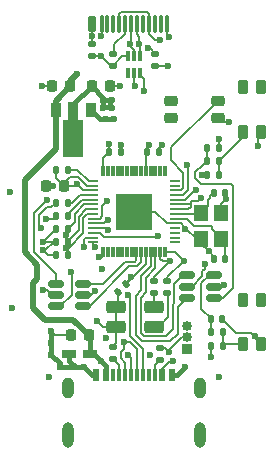
<source format=gbr>
G04 #@! TF.GenerationSoftware,KiCad,Pcbnew,7.0.5*
G04 #@! TF.CreationDate,2023-08-30T18:19:32+03:00*
G04 #@! TF.ProjectId,USB_duck_v2,5553425f-6475-4636-9b5f-76322e6b6963,rev?*
G04 #@! TF.SameCoordinates,Original*
G04 #@! TF.FileFunction,Copper,L1,Top*
G04 #@! TF.FilePolarity,Positive*
%FSLAX46Y46*%
G04 Gerber Fmt 4.6, Leading zero omitted, Abs format (unit mm)*
G04 Created by KiCad (PCBNEW 7.0.5) date 2023-08-30 18:19:32*
%MOMM*%
%LPD*%
G01*
G04 APERTURE LIST*
G04 Aperture macros list*
%AMRoundRect*
0 Rectangle with rounded corners*
0 $1 Rounding radius*
0 $2 $3 $4 $5 $6 $7 $8 $9 X,Y pos of 4 corners*
0 Add a 4 corners polygon primitive as box body*
4,1,4,$2,$3,$4,$5,$6,$7,$8,$9,$2,$3,0*
0 Add four circle primitives for the rounded corners*
1,1,$1+$1,$2,$3*
1,1,$1+$1,$4,$5*
1,1,$1+$1,$6,$7*
1,1,$1+$1,$8,$9*
0 Add four rect primitives between the rounded corners*
20,1,$1+$1,$2,$3,$4,$5,0*
20,1,$1+$1,$4,$5,$6,$7,0*
20,1,$1+$1,$6,$7,$8,$9,0*
20,1,$1+$1,$8,$9,$2,$3,0*%
%AMFreePoly0*
4,1,9,3.862500,-0.866500,0.737500,-0.866500,0.737500,-0.450000,-0.737500,-0.450000,-0.737500,0.450000,0.737500,0.450000,0.737500,0.866500,3.862500,0.866500,3.862500,-0.866500,3.862500,-0.866500,$1*%
G04 Aperture macros list end*
G04 #@! TA.AperFunction,SMDPad,CuDef*
%ADD10RoundRect,0.140000X-0.140000X-0.170000X0.140000X-0.170000X0.140000X0.170000X-0.140000X0.170000X0*%
G04 #@! TD*
G04 #@! TA.AperFunction,SMDPad,CuDef*
%ADD11RoundRect,0.135000X-0.135000X-0.185000X0.135000X-0.185000X0.135000X0.185000X-0.135000X0.185000X0*%
G04 #@! TD*
G04 #@! TA.AperFunction,SMDPad,CuDef*
%ADD12RoundRect,0.140000X0.140000X0.170000X-0.140000X0.170000X-0.140000X-0.170000X0.140000X-0.170000X0*%
G04 #@! TD*
G04 #@! TA.AperFunction,SMDPad,CuDef*
%ADD13RoundRect,0.225000X-0.225000X-0.250000X0.225000X-0.250000X0.225000X0.250000X-0.225000X0.250000X0*%
G04 #@! TD*
G04 #@! TA.AperFunction,SMDPad,CuDef*
%ADD14R,1.200000X1.400000*%
G04 #@! TD*
G04 #@! TA.AperFunction,SMDPad,CuDef*
%ADD15RoundRect,0.006000X0.094000X-0.414000X0.094000X0.414000X-0.094000X0.414000X-0.094000X-0.414000X0*%
G04 #@! TD*
G04 #@! TA.AperFunction,SMDPad,CuDef*
%ADD16RoundRect,0.020000X0.400000X-0.080000X0.400000X0.080000X-0.400000X0.080000X-0.400000X-0.080000X0*%
G04 #@! TD*
G04 #@! TA.AperFunction,SMDPad,CuDef*
%ADD17R,3.100000X3.100000*%
G04 #@! TD*
G04 #@! TA.AperFunction,SMDPad,CuDef*
%ADD18RoundRect,0.135000X-0.185000X0.135000X-0.185000X-0.135000X0.185000X-0.135000X0.185000X0.135000X0*%
G04 #@! TD*
G04 #@! TA.AperFunction,SMDPad,CuDef*
%ADD19RoundRect,0.225000X0.225000X-0.375000X0.225000X0.375000X-0.225000X0.375000X-0.225000X-0.375000X0*%
G04 #@! TD*
G04 #@! TA.AperFunction,SMDPad,CuDef*
%ADD20RoundRect,0.135000X0.185000X-0.135000X0.185000X0.135000X-0.185000X0.135000X-0.185000X-0.135000X0*%
G04 #@! TD*
G04 #@! TA.AperFunction,ComponentPad*
%ADD21R,0.850000X0.850000*%
G04 #@! TD*
G04 #@! TA.AperFunction,ComponentPad*
%ADD22O,0.850000X0.850000*%
G04 #@! TD*
G04 #@! TA.AperFunction,SMDPad,CuDef*
%ADD23RoundRect,0.225000X0.225000X0.250000X-0.225000X0.250000X-0.225000X-0.250000X0.225000X-0.250000X0*%
G04 #@! TD*
G04 #@! TA.AperFunction,SMDPad,CuDef*
%ADD24RoundRect,0.075000X-0.075000X-0.675000X0.075000X-0.675000X0.075000X0.675000X-0.075000X0.675000X0*%
G04 #@! TD*
G04 #@! TA.AperFunction,SMDPad,CuDef*
%ADD25RoundRect,0.175000X-0.175000X-0.525000X0.175000X-0.525000X0.175000X0.525000X-0.175000X0.525000X0*%
G04 #@! TD*
G04 #@! TA.AperFunction,SMDPad,CuDef*
%ADD26R,0.600000X1.100000*%
G04 #@! TD*
G04 #@! TA.AperFunction,SMDPad,CuDef*
%ADD27R,0.300000X1.100000*%
G04 #@! TD*
G04 #@! TA.AperFunction,ComponentPad*
%ADD28O,1.000000X1.800000*%
G04 #@! TD*
G04 #@! TA.AperFunction,ComponentPad*
%ADD29O,0.950000X2.150000*%
G04 #@! TD*
G04 #@! TA.AperFunction,SMDPad,CuDef*
%ADD30RoundRect,0.135000X0.135000X0.185000X-0.135000X0.185000X-0.135000X-0.185000X0.135000X-0.185000X0*%
G04 #@! TD*
G04 #@! TA.AperFunction,SMDPad,CuDef*
%ADD31RoundRect,0.225000X0.350000X0.225000X-0.350000X0.225000X-0.350000X-0.225000X0.350000X-0.225000X0*%
G04 #@! TD*
G04 #@! TA.AperFunction,SMDPad,CuDef*
%ADD32R,0.300000X0.850000*%
G04 #@! TD*
G04 #@! TA.AperFunction,SMDPad,CuDef*
%ADD33RoundRect,0.150000X0.512500X0.150000X-0.512500X0.150000X-0.512500X-0.150000X0.512500X-0.150000X0*%
G04 #@! TD*
G04 #@! TA.AperFunction,SMDPad,CuDef*
%ADD34R,1.270000X0.760000*%
G04 #@! TD*
G04 #@! TA.AperFunction,SMDPad,CuDef*
%ADD35RoundRect,0.262500X-0.587500X-0.262500X0.587500X-0.262500X0.587500X0.262500X-0.587500X0.262500X0*%
G04 #@! TD*
G04 #@! TA.AperFunction,SMDPad,CuDef*
%ADD36RoundRect,0.140000X0.021213X-0.219203X0.219203X-0.021213X-0.021213X0.219203X-0.219203X0.021213X0*%
G04 #@! TD*
G04 #@! TA.AperFunction,SMDPad,CuDef*
%ADD37RoundRect,0.150000X-0.512500X-0.150000X0.512500X-0.150000X0.512500X0.150000X-0.512500X0.150000X0*%
G04 #@! TD*
G04 #@! TA.AperFunction,SMDPad,CuDef*
%ADD38R,0.900000X1.300000*%
G04 #@! TD*
G04 #@! TA.AperFunction,SMDPad,CuDef*
%ADD39FreePoly0,270.000000*%
G04 #@! TD*
G04 #@! TA.AperFunction,ViaPad*
%ADD40C,0.600000*%
G04 #@! TD*
G04 #@! TA.AperFunction,Conductor*
%ADD41C,0.400000*%
G04 #@! TD*
G04 #@! TA.AperFunction,Conductor*
%ADD42C,0.200000*%
G04 #@! TD*
G04 #@! TA.AperFunction,Conductor*
%ADD43C,0.500000*%
G04 #@! TD*
G04 APERTURE END LIST*
D10*
X-6580000Y-17300000D03*
X-5620000Y-17300000D03*
D11*
X-6610000Y-12300000D03*
X-5590000Y-12300000D03*
D12*
X-1120000Y-10800000D03*
X-2080000Y-10800000D03*
D11*
X6170000Y-12740000D03*
X7190000Y-12740000D03*
D13*
X-3575000Y-5200000D03*
X-2025000Y-5200000D03*
D14*
X7400000Y-18170000D03*
X7400000Y-15970000D03*
X5700000Y-15970000D03*
X5700000Y-18170000D03*
D15*
X-2600000Y-19285000D03*
X-2200000Y-19285000D03*
X-1800000Y-19285000D03*
X-1400000Y-19285000D03*
X-1000000Y-19285000D03*
X-600000Y-19285000D03*
X-200000Y-19285000D03*
X200000Y-19285000D03*
X600000Y-19285000D03*
X1000000Y-19285000D03*
X1400000Y-19285000D03*
X1800000Y-19285000D03*
X2200000Y-19285000D03*
X2600000Y-19285000D03*
D16*
X3435000Y-18450000D03*
X3435000Y-18050000D03*
X3435000Y-17650000D03*
X3435000Y-17250000D03*
X3435000Y-16850000D03*
X3435000Y-16450000D03*
X3435000Y-16050000D03*
X3435000Y-15650000D03*
X3435000Y-15250000D03*
X3435000Y-14850000D03*
X3435000Y-14450000D03*
X3435000Y-14050000D03*
X3435000Y-13650000D03*
X3435000Y-13250000D03*
D15*
X2600000Y-12415000D03*
X2200000Y-12415000D03*
X1800000Y-12415000D03*
X1400000Y-12415000D03*
X1000000Y-12415000D03*
X600000Y-12415000D03*
X200000Y-12415000D03*
X-200000Y-12415000D03*
X-600000Y-12415000D03*
X-1000000Y-12415000D03*
X-1400000Y-12415000D03*
X-1800000Y-12415000D03*
X-2200000Y-12415000D03*
X-2600000Y-12415000D03*
D16*
X-3435000Y-13250000D03*
X-3435000Y-13650000D03*
X-3435000Y-14050000D03*
X-3435000Y-14450000D03*
X-3435000Y-14850000D03*
X-3435000Y-15250000D03*
X-3435000Y-15650000D03*
X-3435000Y-16050000D03*
X-3435000Y-16450000D03*
X-3435000Y-16850000D03*
X-3435000Y-17250000D03*
X-3435000Y-17650000D03*
X-3435000Y-18050000D03*
X-3435000Y-18450000D03*
D17*
X0Y-15850000D03*
D18*
X-3600000Y-1690000D03*
X-3600000Y-2710000D03*
D19*
X9250000Y-9100000D03*
X10750000Y-9100000D03*
X9250000Y-5300000D03*
X10750000Y-5300000D03*
D20*
X2200000Y-28410000D03*
X2200000Y-27390000D03*
D21*
X4500000Y-27500000D03*
D22*
X4500000Y-26500000D03*
X4500000Y-25500000D03*
D23*
X-5400000Y-5200000D03*
X-6950000Y-5200000D03*
D24*
X-2750000Y0D03*
X-2250000Y0D03*
X-1750000Y0D03*
X-1250000Y0D03*
X-750000Y0D03*
X-250000Y0D03*
X250000Y0D03*
X750000Y0D03*
X1250000Y0D03*
X1750000Y0D03*
X2250000Y0D03*
X2750000Y0D03*
D25*
X-3600000Y50000D03*
D18*
X1800000Y-2490000D03*
X1800000Y-3510000D03*
X-1800000Y-2490000D03*
X-1800000Y-3510000D03*
D26*
X-3200000Y-29650000D03*
X-2400000Y-29650000D03*
D27*
X-1250000Y-29650000D03*
X-250000Y-29650000D03*
X250000Y-29650000D03*
X1250000Y-29650000D03*
D26*
X2400000Y-29650000D03*
X3200000Y-29650000D03*
X3200000Y-29650000D03*
X2400000Y-29650000D03*
D27*
X1750000Y-29650000D03*
X750000Y-29650000D03*
X-750000Y-29650000D03*
X-1750000Y-29650000D03*
D26*
X-2400000Y-29650000D03*
X-3200000Y-29650000D03*
D28*
X-5620000Y-30800000D03*
D29*
X-5620000Y-34800000D03*
D28*
X5620000Y-30800000D03*
D29*
X5620000Y-34800000D03*
D13*
X-7475000Y-13700000D03*
X-5925000Y-13700000D03*
D18*
X1700000Y-21690000D03*
X1700000Y-22710000D03*
D11*
X6170000Y-11590000D03*
X7190000Y-11590000D03*
D12*
X7730000Y-14270000D03*
X6770000Y-14270000D03*
D20*
X-1800000Y-28310000D03*
X-1800000Y-27290000D03*
D30*
X-5590000Y-15100000D03*
X-6610000Y-15100000D03*
D31*
X7075000Y-7950000D03*
X7075000Y-6450000D03*
X3125000Y-6450000D03*
X3125000Y-7950000D03*
D19*
X9250000Y-27100000D03*
X10750000Y-27100000D03*
X9250000Y-23300000D03*
X10750000Y-23300000D03*
D10*
X6200000Y-10490000D03*
X7160000Y-10490000D03*
D32*
X500000Y-2700000D03*
X0Y-2700000D03*
X-500000Y-2700000D03*
X-500000Y-4100000D03*
X0Y-4100000D03*
X500000Y-4100000D03*
D33*
X6737500Y-23150000D03*
X6737500Y-22200000D03*
X6737500Y-21250000D03*
X4462500Y-21250000D03*
X4462500Y-22200000D03*
X4462500Y-23150000D03*
D11*
X6490000Y-26050000D03*
X7510000Y-26050000D03*
D10*
X-6580000Y-18400000D03*
X-5620000Y-18400000D03*
X-6580000Y-19500000D03*
X-5620000Y-19500000D03*
D30*
X-5590000Y-16200000D03*
X-6610000Y-16200000D03*
D34*
X-5490000Y-27910000D03*
X-3710000Y-27910000D03*
D10*
X6770000Y-19870000D03*
X7730000Y-19870000D03*
D35*
X1700000Y-23940000D03*
X-1500000Y-23940000D03*
X1700000Y-25590000D03*
X-1500000Y-25590000D03*
D11*
X6490000Y-27200000D03*
X7510000Y-27200000D03*
D18*
X2800000Y-21690000D03*
X2800000Y-22710000D03*
D10*
X6520000Y-24950000D03*
X7480000Y-24950000D03*
D36*
X-1339411Y-22639411D03*
X-660589Y-21960589D03*
D37*
X-6600000Y-21950000D03*
X-6600000Y-22900000D03*
X-6600000Y-23850000D03*
X-4325000Y-23850000D03*
X-4325000Y-22900000D03*
X-4325000Y-21950000D03*
D23*
X-3825000Y-26310000D03*
X-5375000Y-26310000D03*
D38*
X-3650000Y-7250000D03*
D39*
X-5150000Y-7337500D03*
D38*
X-6650000Y-7250000D03*
D12*
X2080000Y-10800000D03*
X1120000Y-10800000D03*
D40*
X-5100000Y-28900000D03*
X-7698911Y-22500500D03*
X7600000Y-22100000D03*
X-2800000Y-2700000D03*
X-2700000Y-20700000D03*
X-10300000Y-24000000D03*
X-7000000Y-28000000D03*
X2900000Y-3500000D03*
X-7200000Y-29900000D03*
X-1700000Y-8000000D03*
X-7000000Y-27000000D03*
X-6300000Y-29000000D03*
X7800000Y-14800000D03*
X7200000Y-29900000D03*
X8000000Y-8300000D03*
X-2400000Y-8000000D03*
X-7800000Y-5200000D03*
X-1100000Y-10200000D03*
X10200000Y-26400000D03*
X7210000Y-9700000D03*
X4354500Y-17321236D03*
X-4200000Y-29000000D03*
X-6900000Y-13700000D03*
X-7699500Y-19100000D03*
X-1200000Y-5200000D03*
X-10500000Y-14200000D03*
X-7699500Y-18406374D03*
X-2800000Y-1000000D03*
X-3100000Y-25100000D03*
X2390000Y-10180000D03*
X2985061Y-27765141D03*
X4300000Y-29000000D03*
X10500000Y-10300000D03*
X-7000000Y-26000000D03*
X6310000Y-19180000D03*
X2947060Y-1074626D03*
X-5769500Y-18900000D03*
X-5770000Y-17850000D03*
X5978819Y-20321888D03*
X-2110000Y-10110000D03*
X5652503Y-14723601D03*
X-2600000Y-6400000D03*
X-3323911Y-22576089D03*
X-2600000Y-7100000D03*
X6500000Y-28200000D03*
X-3000000Y-19700000D03*
X1270000Y-10190000D03*
X-4850000Y-13550000D03*
X-1900000Y-7100000D03*
X-1900000Y-6400000D03*
X5770000Y-12780000D03*
X-250500Y-21400000D03*
X3300000Y-28500000D03*
X-2800000Y-28500000D03*
X2200181Y-1359891D03*
X-4800000Y-4200000D03*
X-7400000Y-14900000D03*
X-5325000Y-20975000D03*
X453710Y-1644849D03*
X-350500Y-1700000D03*
X1380000Y-27999500D03*
X-7900000Y-17210000D03*
X813966Y-5670000D03*
X114474Y-5200000D03*
X-2371844Y-26559461D03*
X-7450500Y-16480000D03*
X-480000Y-22900000D03*
X-536944Y-28000500D03*
X-854406Y-26923008D03*
X1170000Y-2000000D03*
X-3600000Y-1000000D03*
X-3304891Y-18890000D03*
X3068920Y-20038067D03*
X4214183Y-20014183D03*
X5220000Y-14026406D03*
X4510000Y-11880000D03*
X-2260000Y-14930000D03*
X-2199509Y-16587576D03*
X-2246275Y-17388056D03*
X2034658Y-17925818D03*
X-4215496Y-18883700D03*
D41*
X-2400000Y-8000000D02*
X-1700000Y-8000000D01*
D42*
X2609920Y-27390000D02*
X2200000Y-27390000D01*
D41*
X-5100000Y-28900000D02*
X-5200000Y-29000000D01*
D42*
X-2610000Y-25590000D02*
X-3100000Y-25100000D01*
D41*
X-7000000Y-28000000D02*
X-7000000Y-27000000D01*
D42*
X-7475000Y-13700000D02*
X-6900000Y-13700000D01*
D41*
X3650000Y-29650000D02*
X3200000Y-29650000D01*
D42*
X-3600000Y-2710000D02*
X-2810000Y-2710000D01*
X8630000Y-26100000D02*
X7480000Y-24950000D01*
X4354500Y-17321236D02*
X4354500Y-17236952D01*
X-7299500Y-19500000D02*
X-6580000Y-19500000D01*
X10500000Y-9350000D02*
X10750000Y-9100000D01*
X2947060Y-1074626D02*
X2750000Y-877566D01*
D41*
X-2900000Y-8000000D02*
X-3650000Y-7250000D01*
X-7000000Y-27000000D02*
X-7000000Y-26000000D01*
X-2400000Y-8000000D02*
X-2900000Y-8000000D01*
X-4200000Y-29000000D02*
X-5000000Y-29000000D01*
X-3550000Y-29650000D02*
X-3200000Y-29650000D01*
D42*
X-1120000Y-10220000D02*
X-1120000Y-10800000D01*
X-6580000Y-18400000D02*
X-6800000Y-18400000D01*
X-6948896Y-22900000D02*
X-6600000Y-22900000D01*
X-5375000Y-26310000D02*
X-6690000Y-26310000D01*
D41*
X-5100000Y-28900000D02*
X-5490000Y-28510000D01*
D42*
X-7500000Y-19100000D02*
X-6800000Y-18400000D01*
X10200000Y-26550000D02*
X10750000Y-27100000D01*
X-7699500Y-18406374D02*
X-7693126Y-18400000D01*
X-1200000Y-5200000D02*
X-2025000Y-5200000D01*
X5217548Y-18100000D02*
X4438784Y-17321236D01*
X-1990000Y-3510000D02*
X-2800000Y-2700000D01*
X7425000Y-8300000D02*
X7075000Y-7950000D01*
X8000000Y-8300000D02*
X7425000Y-8300000D01*
X-1100000Y-10200000D02*
X-1120000Y-10220000D01*
X-7699500Y-19100000D02*
X-7299500Y-19500000D01*
X4050000Y-26500000D02*
X4500000Y-26500000D01*
X-7698911Y-22500500D02*
X-7348396Y-22500500D01*
X2080000Y-10490000D02*
X2080000Y-10800000D01*
X-2750000Y-950000D02*
X-2800000Y-1000000D01*
X6310000Y-19180000D02*
X5700000Y-18570000D01*
X-1800000Y-3510000D02*
X-1990000Y-3510000D01*
D41*
X-4200000Y-29000000D02*
X-3550000Y-29650000D01*
D42*
X2750000Y-16850000D02*
X3435000Y-16850000D01*
X-1500000Y-26990000D02*
X-1800000Y-27290000D01*
D41*
X-6300000Y-29000000D02*
X-6300000Y-28700000D01*
D42*
X-7348396Y-22500500D02*
X-6948896Y-22900000D01*
X-2810000Y-2710000D02*
X-2800000Y-2700000D01*
X10200000Y-26400000D02*
X10200000Y-26550000D01*
X7210000Y-10440000D02*
X7160000Y-10490000D01*
X7400000Y-15200000D02*
X7800000Y-14800000D01*
X-1500000Y-25590000D02*
X-2610000Y-25590000D01*
X3967548Y-16850000D02*
X3435000Y-16850000D01*
X0Y-15850000D02*
X1750000Y-15850000D01*
X5700000Y-18570000D02*
X5700000Y-18100000D01*
D41*
X4300000Y-29000000D02*
X3650000Y-29650000D01*
D42*
X-1500000Y-25590000D02*
X-1500000Y-23940000D01*
X1800000Y-3510000D02*
X2890000Y-3510000D01*
X1750000Y-15850000D02*
X2750000Y-16850000D01*
X2890000Y-3510000D02*
X2900000Y-3500000D01*
X-7686374Y-18406374D02*
X-6580000Y-17300000D01*
X7600000Y-22100000D02*
X6837500Y-22100000D01*
X7210000Y-9700000D02*
X7210000Y-10440000D01*
X2750000Y-877566D02*
X2750000Y0D01*
X2985061Y-27765141D02*
X2985061Y-27564939D01*
X-2750000Y0D02*
X-2750000Y-950000D01*
X6720000Y-19590000D02*
X6310000Y-19180000D01*
X10500000Y-10300000D02*
X10500000Y-9350000D01*
X-6690000Y-26310000D02*
X-7000000Y-26000000D01*
X2390000Y-10180000D02*
X2080000Y-10490000D01*
D41*
X-5490000Y-28510000D02*
X-5490000Y-27910000D01*
D42*
X-1339411Y-22639411D02*
X-1339411Y-23779411D01*
X7800000Y-14800000D02*
X7800000Y-14320000D01*
X-500000Y-2700000D02*
X-990000Y-2700000D01*
D41*
X-6300000Y-28700000D02*
X-7000000Y-28000000D01*
D42*
X2985061Y-27564939D02*
X4050000Y-26500000D01*
X-7699500Y-19100000D02*
X-7500000Y-19100000D01*
X-1500000Y-25590000D02*
X-1500000Y-26990000D01*
X4438784Y-17321236D02*
X4354500Y-17321236D01*
X6720000Y-19800000D02*
X6720000Y-19590000D01*
X-7693126Y-18400000D02*
X-6800000Y-18400000D01*
X7400000Y-15970000D02*
X7400000Y-15200000D01*
X2985061Y-27765141D02*
X2609920Y-27390000D01*
X6837500Y-22100000D02*
X6737500Y-22200000D01*
D41*
X-5000000Y-29000000D02*
X-5100000Y-28900000D01*
X-5200000Y-29000000D02*
X-6300000Y-29000000D01*
D42*
X5700000Y-18100000D02*
X5217548Y-18100000D01*
X-6950000Y-5200000D02*
X-7800000Y-5200000D01*
X-7699500Y-18406374D02*
X-7686374Y-18406374D01*
X7800000Y-14320000D02*
X7680000Y-14200000D01*
X-1339411Y-23779411D02*
X-1500000Y-23940000D01*
X-990000Y-2700000D02*
X-1800000Y-3510000D01*
X9900000Y-26100000D02*
X8630000Y-26100000D01*
X10200000Y-26400000D02*
X9900000Y-26100000D01*
X4354500Y-17236952D02*
X3967548Y-16850000D01*
D41*
X-2000000Y-7000000D02*
X-2500000Y-7000000D01*
D42*
X-2700000Y-19700000D02*
X-3000000Y-19700000D01*
X4872918Y-22200000D02*
X4462500Y-22200000D01*
X-4700000Y-16300000D02*
X-4700000Y-17400000D01*
X5775000Y-20913604D02*
X5775000Y-21297918D01*
X5978819Y-20709785D02*
X5775000Y-20913604D01*
X-2110000Y-10770000D02*
X-2080000Y-10800000D01*
X-3435000Y-15650000D02*
X-4050000Y-15650000D01*
X-500000Y-21720000D02*
X-420000Y-21720000D01*
D41*
X-1900000Y-6400000D02*
X-2000000Y-6500000D01*
D42*
X-4745686Y-12920000D02*
X-5420000Y-12920000D01*
X5652503Y-14723601D02*
X5406104Y-14970000D01*
D41*
X-2000000Y-6500000D02*
X-2000000Y-7000000D01*
D42*
X1000000Y-10920000D02*
X1000000Y-12415000D01*
X4740000Y-15250000D02*
X4800000Y-15190000D01*
D41*
X-2000000Y-7000000D02*
X-1900000Y-7100000D01*
D42*
X4602178Y-15650000D02*
X3435000Y-15650000D01*
X-3967548Y-16050000D02*
X-3435000Y-16050000D01*
X3445Y-21320000D02*
X1000000Y-20323445D01*
X-4700000Y-17400000D02*
X-5620000Y-18320000D01*
X1120000Y-10340000D02*
X1120000Y-10800000D01*
X-5500000Y-18900000D02*
X-4300000Y-17700000D01*
X-6610000Y-13015000D02*
X-5925000Y-13700000D01*
X3435000Y-15250000D02*
X4740000Y-15250000D01*
X-4350000Y-14050000D02*
X-3435000Y-14050000D01*
X-4300000Y-16382452D02*
X-3967548Y-16050000D01*
X-4850000Y-13550000D02*
X-4350000Y-14050000D01*
X-2080000Y-10800000D02*
X-2600000Y-11320000D01*
X-5020000Y-16040686D02*
X-5020000Y-16700000D01*
X-20000Y-21320000D02*
X3445Y-21320000D01*
X4800000Y-14970000D02*
X4800000Y-15190000D01*
X-250500Y-21470500D02*
X-500000Y-21720000D01*
X4800000Y-15452178D02*
X4602178Y-15650000D01*
X5775000Y-21297918D02*
X4872918Y-22200000D01*
X5810000Y-12740000D02*
X6170000Y-12740000D01*
X-2600000Y-19600000D02*
X-2700000Y-19700000D01*
X-2600000Y-11320000D02*
X-2600000Y-12415000D01*
X-3323911Y-22576089D02*
X-3647822Y-22900000D01*
X-5620000Y-18750500D02*
X-5620000Y-18400000D01*
X-3435000Y-13650000D02*
X-4015686Y-13650000D01*
X-5420000Y-12920000D02*
X-5925000Y-13425000D01*
D41*
X-2600000Y-6400000D02*
X-2600000Y-7100000D01*
D42*
X6490000Y-28190000D02*
X6490000Y-27200000D01*
X-5769500Y-18900000D02*
X-5620000Y-19049500D01*
X-5769500Y-18900000D02*
X-5500000Y-18900000D01*
X-5769500Y-18900000D02*
X-5620000Y-18750500D01*
X-2600000Y-19285000D02*
X-2600000Y-19600000D01*
X-3647822Y-22900000D02*
X-4325000Y-22900000D01*
X6500000Y-28200000D02*
X6490000Y-28190000D01*
X-4015686Y-13650000D02*
X-4745686Y-12920000D01*
D41*
X-2600000Y-6400000D02*
X-2600000Y-6200000D01*
X-5150000Y-7337500D02*
X-5150000Y-6775000D01*
D42*
X1270000Y-10190000D02*
X1120000Y-10340000D01*
X-3435000Y-15250000D02*
X-4229314Y-15250000D01*
X-4050000Y-15650000D02*
X-4700000Y-16300000D01*
X5770000Y-12780000D02*
X5810000Y-12740000D01*
X5978819Y-20321888D02*
X5978819Y-20709785D01*
X-5620000Y-19049500D02*
X-5620000Y-19500000D01*
X5406104Y-14970000D02*
X4800000Y-14970000D01*
X-5000000Y-13700000D02*
X-4850000Y-13550000D01*
X1000000Y-20323445D02*
X1000000Y-19285000D01*
X1120000Y-10800000D02*
X1000000Y-10920000D01*
X-5770000Y-17850000D02*
X-5620000Y-17700000D01*
X-2110000Y-10110000D02*
X-2110000Y-10770000D01*
D41*
X-2600000Y-6400000D02*
X-1900000Y-6400000D01*
D42*
X-5925000Y-13700000D02*
X-5000000Y-13700000D01*
X-5020000Y-16700000D02*
X-5620000Y-17300000D01*
X-5700000Y-18400000D02*
X-5620000Y-18400000D01*
D41*
X-2500000Y-7000000D02*
X-2600000Y-7100000D01*
D42*
X-420000Y-21720000D02*
X-20000Y-21320000D01*
X-5620000Y-17700000D02*
X-5620000Y-17300000D01*
X-5620000Y-18320000D02*
X-5620000Y-18400000D01*
D41*
X-3575000Y-5225000D02*
X-3575000Y-5200000D01*
D42*
X-250500Y-21400000D02*
X-250500Y-21470500D01*
X-4229314Y-15250000D02*
X-5020000Y-16040686D01*
X-5770000Y-18330000D02*
X-5700000Y-18400000D01*
D41*
X-5150000Y-6775000D02*
X-3575000Y-5200000D01*
D42*
X4800000Y-15190000D02*
X4800000Y-15452178D01*
X-5770000Y-17850000D02*
X-5770000Y-18330000D01*
X-4300000Y-17700000D02*
X-4300000Y-16382452D01*
X-6610000Y-12300000D02*
X-6610000Y-13015000D01*
D41*
X-2600000Y-6200000D02*
X-3575000Y-5225000D01*
D42*
X-5925000Y-13425000D02*
X-5925000Y-13700000D01*
D43*
X-9247033Y-19305785D02*
X-9247033Y-13137033D01*
X-6650000Y-6450000D02*
X-6650000Y-7250000D01*
D42*
X-1250000Y865165D02*
X-1065165Y1050000D01*
D43*
X-8210000Y-21550000D02*
X-8210000Y-20342818D01*
D42*
X1794206Y-1359891D02*
X1250000Y-815685D01*
D43*
X-8570000Y-23990000D02*
X-8570000Y-21910000D01*
X-5400000Y-4800000D02*
X-5400000Y-5200000D01*
D42*
X3300000Y-28500000D02*
X3050000Y-28500000D01*
D41*
X-2400000Y-28900000D02*
X-2800000Y-28500000D01*
D43*
X-8210000Y-20342818D02*
X-9247033Y-19305785D01*
X-6650000Y-10540000D02*
X-6650000Y-7250000D01*
D42*
X3050000Y-28500000D02*
X2400000Y-29150000D01*
D43*
X-5400000Y-5200000D02*
X-6650000Y-6450000D01*
X-7560000Y-25000000D02*
X-8570000Y-23990000D01*
D42*
X2200181Y-1359891D02*
X1794206Y-1359891D01*
D43*
X-8570000Y-21910000D02*
X-8210000Y-21550000D01*
D42*
X-1065165Y1050000D02*
X1100000Y1050000D01*
X1100000Y1050000D02*
X1250000Y900000D01*
D41*
X-2400000Y-29650000D02*
X-2400000Y-28900000D01*
D42*
X1250000Y900000D02*
X1250000Y0D01*
D43*
X-5135000Y-25000000D02*
X-7560000Y-25000000D01*
D41*
X-3710000Y-27910000D02*
X-3710000Y-26425000D01*
X-2800000Y-28500000D02*
X-3390000Y-27910000D01*
D43*
X-4800000Y-4200000D02*
X-5400000Y-4800000D01*
D42*
X1250000Y-815685D02*
X1250000Y0D01*
X-3710000Y-26425000D02*
X-3825000Y-26310000D01*
D43*
X-9247033Y-13137033D02*
X-6650000Y-10540000D01*
D42*
X2400000Y-29150000D02*
X2400000Y-29650000D01*
D41*
X-3390000Y-27910000D02*
X-3710000Y-27910000D01*
D43*
X-3825000Y-26310000D02*
X-5135000Y-25000000D01*
D42*
X-1250000Y0D02*
X-1250000Y865165D01*
X4450000Y-16450000D02*
X3435000Y-16450000D01*
X7680000Y-18430000D02*
X6600000Y-17350000D01*
X5100000Y-17100000D02*
X4450000Y-16450000D01*
X7680000Y-19600000D02*
X7680000Y-18430000D01*
X6530000Y-17100000D02*
X5100000Y-17100000D01*
X6600000Y-17350000D02*
X6600000Y-17170000D01*
X6600000Y-17170000D02*
X6530000Y-17100000D01*
X6390637Y-14710069D02*
X6270000Y-14830706D01*
X5620000Y-16050000D02*
X3435000Y-16050000D01*
X6390637Y-14529363D02*
X6390637Y-14710069D01*
X6270000Y-14830706D02*
X6270000Y-15400000D01*
X6720000Y-14200000D02*
X6390637Y-14529363D01*
X6270000Y-15400000D02*
X5620000Y-16050000D01*
X-6600000Y-21950000D02*
X-6600000Y-21175000D01*
X-6600000Y-21175000D02*
X-8500000Y-19275000D01*
X-8500000Y-16000000D02*
X-7400000Y-14900000D01*
X-8500000Y-19275000D02*
X-8500000Y-16000000D01*
X-5287500Y-21012500D02*
X-5287500Y-22886396D01*
X-6251104Y-23850000D02*
X-6600000Y-23850000D01*
X-5287500Y-22886396D02*
X-6251104Y-23850000D01*
X-5325000Y-20975000D02*
X-5287500Y-21012500D01*
X5170000Y-13028529D02*
X5521471Y-13380000D01*
X8400000Y-13700000D02*
X8400000Y-22300000D01*
X6200000Y-11560000D02*
X5580000Y-12180000D01*
X5530000Y-13380000D02*
X5650000Y-13500000D01*
X6200000Y-10490000D02*
X6200000Y-11560000D01*
X5650000Y-13500000D02*
X8200000Y-13500000D01*
X8400000Y-22300000D02*
X7550000Y-23150000D01*
X5580000Y-12180000D02*
X5521471Y-12180000D01*
X5170000Y-12531471D02*
X5170000Y-13028529D01*
X7550000Y-23150000D02*
X6737500Y-23150000D01*
X5521471Y-12180000D02*
X5170000Y-12531471D01*
X8200000Y-13500000D02*
X8400000Y-13700000D01*
X5521471Y-13380000D02*
X5530000Y-13380000D01*
X5700000Y-24100000D02*
X6500000Y-24900000D01*
X6500000Y-24900000D02*
X6500000Y-26040000D01*
X6500000Y-26040000D02*
X6490000Y-26050000D01*
X5700000Y-21938604D02*
X5700000Y-24100000D01*
X6388604Y-21250000D02*
X5700000Y-21938604D01*
X6737500Y-21250000D02*
X6388604Y-21250000D01*
X1700000Y-22710000D02*
X1700000Y-23940000D01*
X2800000Y-22710000D02*
X2900000Y-22810000D01*
X2110000Y-25590000D02*
X1700000Y-25590000D01*
X2900000Y-24800000D02*
X2110000Y-25590000D01*
X2900000Y-22810000D02*
X2900000Y-24800000D01*
X250000Y-835000D02*
X250000Y0D01*
X453710Y-1644849D02*
X453710Y-1038710D01*
X453710Y-1038710D02*
X250000Y-835000D01*
X500000Y-1691139D02*
X500000Y-2700000D01*
X453710Y-1644849D02*
X500000Y-1691139D01*
X-300000Y-1900000D02*
X0Y-2200000D01*
X-300000Y-1750500D02*
X-300000Y-1900000D01*
X-350500Y-1700000D02*
X-250000Y-1599500D01*
X-350500Y-1700000D02*
X-300000Y-1750500D01*
X0Y-2200000D02*
X0Y-2700000D01*
X-250000Y-1599500D02*
X-250000Y0D01*
X-8050000Y-17060000D02*
X-8050000Y-16150000D01*
X813966Y-4613966D02*
X500000Y-4300000D01*
X-7900000Y-17210000D02*
X-8050000Y-17060000D01*
X-8050000Y-16150000D02*
X-7400000Y-15500000D01*
X-7010000Y-15500000D02*
X-6610000Y-15100000D01*
X500000Y-4300000D02*
X500000Y-4100000D01*
X813966Y-5670000D02*
X813966Y-4613966D01*
X-7400000Y-15500000D02*
X-7010000Y-15500000D01*
X-6890000Y-16480000D02*
X-6610000Y-16200000D01*
X0Y-5085526D02*
X0Y-4100000D01*
X114474Y-5200000D02*
X0Y-5085526D01*
X-7450500Y-16480000D02*
X-6890000Y-16480000D01*
X750000Y-27449119D02*
X750000Y-29650000D01*
X-250000Y-28287444D02*
X-250000Y-29650000D01*
X-350000Y-23030000D02*
X-350000Y-26349119D01*
X-480000Y-22900000D02*
X-350000Y-23030000D01*
X-536944Y-28000500D02*
X-250000Y-28287444D01*
X-350000Y-26349119D02*
X750000Y-27449119D01*
X-854406Y-26923008D02*
X-341797Y-26923008D01*
X250000Y-27514805D02*
X250000Y-29650000D01*
X-341797Y-26923008D02*
X250000Y-27514805D01*
X-1136944Y-27751971D02*
X-1136944Y-28277818D01*
X-854406Y-27469433D02*
X-1136944Y-27751971D01*
X-854406Y-26923008D02*
X-854406Y-27469433D01*
X-1136944Y-28277818D02*
X-750000Y-28664762D01*
X-750000Y-28664762D02*
X-750000Y-29650000D01*
X-1669670Y-2359670D02*
X-1800000Y-2490000D01*
X-1669670Y-1700000D02*
X-750000Y-780330D01*
X-750000Y-780330D02*
X-750000Y0D01*
X-1669670Y-1700000D02*
X-1669670Y-2359670D01*
X1170000Y-2000000D02*
X1310000Y-2000000D01*
X1310000Y-2000000D02*
X1800000Y-2490000D01*
X-3600000Y-1000000D02*
X-3600000Y-1690000D01*
X-3600000Y50000D02*
X-3600000Y-1000000D01*
X-1300000Y-28810000D02*
X-1300000Y-29600000D01*
X-1800000Y-28310000D02*
X-1300000Y-28810000D01*
X-1300000Y-29600000D02*
X-1250000Y-29650000D01*
X2200000Y-28410000D02*
X1750000Y-28860000D01*
X1750000Y-28860000D02*
X1750000Y-29650000D01*
X-3435000Y-18759891D02*
X-3435000Y-18450000D01*
X-3304891Y-18890000D02*
X-3435000Y-18759891D01*
X-4570503Y-14450000D02*
X-5220503Y-15100000D01*
X-5220503Y-15100000D02*
X-5590000Y-15100000D01*
X-3435000Y-14450000D02*
X-4570503Y-14450000D01*
X-5590000Y-16035183D02*
X-4404817Y-14850000D01*
X-4404817Y-14850000D02*
X-3435000Y-14850000D01*
X-5590000Y-16200000D02*
X-5590000Y-16035183D01*
X-3850000Y-13250000D02*
X-3435000Y-13250000D01*
X-4800000Y-12300000D02*
X-3850000Y-13250000D01*
X-5590000Y-12300000D02*
X-4800000Y-12300000D01*
X9250000Y-9530000D02*
X9250000Y-9100000D01*
X7190000Y-12740000D02*
X7190000Y-11590000D01*
X7190000Y-11590000D02*
X9250000Y-9530000D01*
X7510000Y-27200000D02*
X7510000Y-26050000D01*
X9250000Y-27100000D02*
X7610000Y-27100000D01*
X7610000Y-27100000D02*
X7510000Y-27200000D01*
X2412318Y-20038067D02*
X2200000Y-19825749D01*
X3068920Y-20038067D02*
X1700000Y-21406987D01*
X3068920Y-20038067D02*
X2412318Y-20038067D01*
X2200000Y-19825749D02*
X2200000Y-19285000D01*
X1700000Y-21406987D02*
X1700000Y-21690000D01*
X4214183Y-20014183D02*
X2800000Y-21428366D01*
X3485000Y-19285000D02*
X2600000Y-19285000D01*
X2800000Y-21428366D02*
X2800000Y-21690000D01*
X4214183Y-20014183D02*
X3485000Y-19285000D01*
X3967548Y-14050000D02*
X3435000Y-14050000D01*
X3125000Y-11525000D02*
X4155000Y-12555000D01*
X4155000Y-12555000D02*
X4155000Y-13862548D01*
X7075000Y-6450000D02*
X3125000Y-10400000D01*
X4155000Y-13862548D02*
X3967548Y-14050000D01*
X3125000Y-10400000D02*
X3125000Y-11525000D01*
X92073Y-20100000D02*
X-800000Y-20100000D01*
X200000Y-19992073D02*
X92073Y-20100000D01*
X-2650000Y-21950000D02*
X-4325000Y-21950000D01*
X200000Y-19285000D02*
X200000Y-19992073D01*
X-800000Y-20100000D02*
X-2650000Y-21950000D01*
X257758Y-20500000D02*
X-400000Y-20500000D01*
X-3750000Y-23850000D02*
X-4325000Y-23850000D01*
X600000Y-20157759D02*
X257758Y-20500000D01*
X600000Y-19285000D02*
X600000Y-20157759D01*
X-400000Y-20500000D02*
X-3750000Y-23850000D01*
X3700000Y-26200000D02*
X3700000Y-23912500D01*
X3700000Y-23912500D02*
X4462500Y-23150000D01*
X600000Y-22534314D02*
X150000Y-22984314D01*
X600000Y-21289131D02*
X600000Y-22534314D01*
X150000Y-22984314D02*
X150000Y-26283433D01*
X1400000Y-19285000D02*
X1400000Y-20489131D01*
X3085000Y-26815000D02*
X3700000Y-26200000D01*
X681567Y-26815000D02*
X3085000Y-26815000D01*
X1400000Y-20489131D02*
X600000Y-21289131D01*
X150000Y-26283433D02*
X681567Y-26815000D01*
X4113604Y-21250000D02*
X3400000Y-21963604D01*
X3400000Y-22374817D02*
X3420000Y-22394817D01*
X3300000Y-23746815D02*
X3300000Y-25800000D01*
X3420000Y-22394817D02*
X3420000Y-23626815D01*
X3300000Y-25800000D02*
X2685000Y-26415000D01*
X550000Y-26117747D02*
X550000Y-23150000D01*
X3400000Y-21963604D02*
X3400000Y-22374817D01*
X3420000Y-23626815D02*
X3300000Y-23746815D01*
X550000Y-23150000D02*
X1000000Y-22700000D01*
X847253Y-26415000D02*
X550000Y-26117747D01*
X4462500Y-21250000D02*
X4113604Y-21250000D01*
X1800000Y-20654817D02*
X1800000Y-19285000D01*
X1000000Y-22700000D02*
X1000000Y-21454817D01*
X1000000Y-21454817D02*
X1800000Y-20654817D01*
X2685000Y-26415000D02*
X847253Y-26415000D01*
X5220000Y-14026406D02*
X5177909Y-14026406D01*
X4354315Y-14850000D02*
X3435000Y-14850000D01*
X5177909Y-14026406D02*
X4354315Y-14850000D01*
X4510000Y-11880000D02*
X4555000Y-11925000D01*
X4555000Y-14028233D02*
X4133234Y-14450000D01*
X4555000Y-11925000D02*
X4555000Y-14028233D01*
X4133234Y-14450000D02*
X3435000Y-14450000D01*
X-2900000Y-16450000D02*
X-3435000Y-16450000D01*
X-2260000Y-14930000D02*
X-2690000Y-15360000D01*
X-2690000Y-15360000D02*
X-2690000Y-16240000D01*
X-2690000Y-16240000D02*
X-2900000Y-16450000D01*
X-2199509Y-16587576D02*
X-2248230Y-16587576D01*
X-2248230Y-16587576D02*
X-2510654Y-16850000D01*
X-2510654Y-16850000D02*
X-3435000Y-16850000D01*
X-2264653Y-17388056D02*
X-2402709Y-17250000D01*
X-2402709Y-17250000D02*
X-3435000Y-17250000D01*
X-2246275Y-17388056D02*
X-2264653Y-17388056D01*
X2034658Y-17925818D02*
X1938779Y-18021697D01*
X-2715000Y-17845000D02*
X-2715000Y-17837452D01*
X-2902452Y-17650000D02*
X-3435000Y-17650000D01*
X1938779Y-18021697D02*
X-2538303Y-18021697D01*
X-2715000Y-17837452D02*
X-2902452Y-17650000D01*
X-2538303Y-18021697D02*
X-2715000Y-17845000D01*
X-4215496Y-18883700D02*
X-4215496Y-18181182D01*
X-4084314Y-18050000D02*
X-3435000Y-18050000D01*
X-4215496Y-18181182D02*
X-4084314Y-18050000D01*
M02*

</source>
